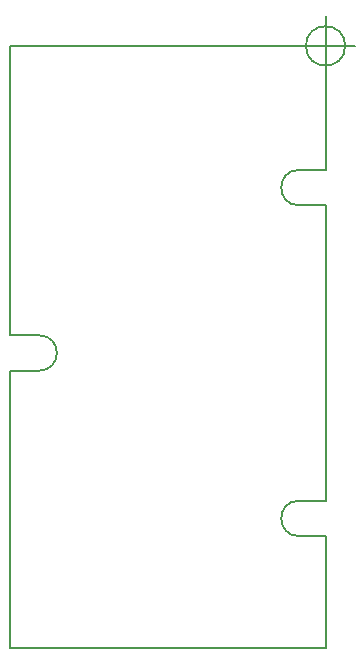
<source format=gbr>
G04 #@! TF.FileFunction,Profile,NP*
%FSLAX46Y46*%
G04 Gerber Fmt 4.6, Leading zero omitted, Abs format (unit mm)*
G04 Created by KiCad (PCBNEW 4.1.0-alpha+201608010717+6997~46~ubuntu14.04.1-product) date Mon Aug  1 22:00:52 2016*
%MOMM*%
%LPD*%
G01*
G04 APERTURE LIST*
%ADD10C,0.100000*%
%ADD11C,0.150000*%
G04 APERTURE END LIST*
D10*
D11*
X128416666Y-100000000D02*
G75*
G03X128416666Y-100000000I-1666666J0D01*
G01*
X124250000Y-100000000D02*
X129250000Y-100000000D01*
X126750000Y-97500000D02*
X126750000Y-102500000D01*
X100000000Y-124500000D02*
X100000000Y-100000000D01*
X126800000Y-141500000D02*
X126800000Y-151000000D01*
X126800000Y-113500000D02*
X126800000Y-138500000D01*
X124500000Y-141500000D02*
X126800000Y-141500000D01*
X124500000Y-138500000D02*
X126800000Y-138500000D01*
X124500000Y-113500000D02*
X126800000Y-113500000D01*
X124500000Y-110500000D02*
X126800000Y-110500000D01*
X102500000Y-127500000D02*
X100000000Y-127500000D01*
X102500000Y-124500000D02*
X100000000Y-124500000D01*
X102500000Y-127500000D02*
G75*
G03X102500000Y-124500000I0J1500000D01*
G01*
X124500000Y-138500000D02*
G75*
G03X124500000Y-141500000I0J-1500000D01*
G01*
X124500000Y-110500000D02*
G75*
G03X124500000Y-113500000I0J-1500000D01*
G01*
X100000000Y-127500000D02*
X100000000Y-151000000D01*
X126800000Y-100000000D02*
X100000000Y-100000000D01*
X126800000Y-110500000D02*
X126800000Y-100000000D01*
X100000000Y-151000000D02*
X126800000Y-151000000D01*
M02*

</source>
